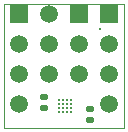
<source format=gbs>
%FSLAX44Y44*%
%MOMM*%
G71*
G01*
G75*
G04 Layer_Color=16711935*
%ADD10R,1.2000X0.8000*%
G04:AMPARAMS|DCode=11|XSize=0.6mm|YSize=0.5mm|CornerRadius=0.05mm|HoleSize=0mm|Usage=FLASHONLY|Rotation=180.000|XOffset=0mm|YOffset=0mm|HoleType=Round|Shape=RoundedRectangle|*
%AMROUNDEDRECTD11*
21,1,0.6000,0.4000,0,0,180.0*
21,1,0.5000,0.5000,0,0,180.0*
1,1,0.1000,-0.2500,0.2000*
1,1,0.1000,0.2500,0.2000*
1,1,0.1000,0.2500,-0.2000*
1,1,0.1000,-0.2500,-0.2000*
%
%ADD11ROUNDEDRECTD11*%
%ADD12C,0.1000*%
%ADD13C,0.0800*%
%ADD14C,0.5000*%
%ADD15C,0.2000*%
%ADD16C,0.3000*%
%ADD17C,0.0750*%
%ADD18R,1.5000X1.5000*%
%ADD19C,1.5000*%
%ADD20C,0.3500*%
%ADD21C,0.4500*%
%ADD22C,0.2000*%
%ADD23C,0.0500*%
%ADD24C,0.6000*%
%ADD25C,0.2500*%
%ADD26C,0.1000*%
%ADD27C,0.2000*%
D11*
X84760Y34030D02*
D03*
Y25030D02*
D03*
X46530Y34920D02*
D03*
Y43920D02*
D03*
D12*
X12000Y17660D02*
Y122950D01*
X114000Y17660D02*
Y122950D01*
X12000Y17660D02*
X114000D01*
X12000Y122950D02*
X114000D01*
D18*
X76200Y114300D02*
D03*
X101600D02*
D03*
X25400D02*
D03*
D19*
X50800D02*
D03*
X76200Y88900D02*
D03*
X50800D02*
D03*
X76200Y63500D02*
D03*
X50800D02*
D03*
X101600D02*
D03*
Y88900D02*
D03*
Y38100D02*
D03*
X25400Y63500D02*
D03*
Y88900D02*
D03*
Y38100D02*
D03*
D22*
X68950Y31040D02*
D03*
Y34540D02*
D03*
Y38040D02*
D03*
Y41540D02*
D03*
X65450Y31040D02*
D03*
Y34540D02*
D03*
Y38040D02*
D03*
Y41540D02*
D03*
X61950Y31040D02*
D03*
Y34540D02*
D03*
Y38040D02*
D03*
Y41540D02*
D03*
X58450Y31040D02*
D03*
Y34540D02*
D03*
Y38040D02*
D03*
Y41540D02*
D03*
D26*
X52530Y49880D02*
D03*
X57180Y46400D02*
D03*
X40840Y32630D02*
D03*
X41360Y50020D02*
D03*
X61480Y53260D02*
D03*
X72670Y39170D02*
D03*
X88290Y52040D02*
D03*
X63580Y26930D02*
D03*
X54200Y26790D02*
D03*
X58770Y25230D02*
D03*
D27*
X93870Y101880D02*
D03*
M02*

</source>
